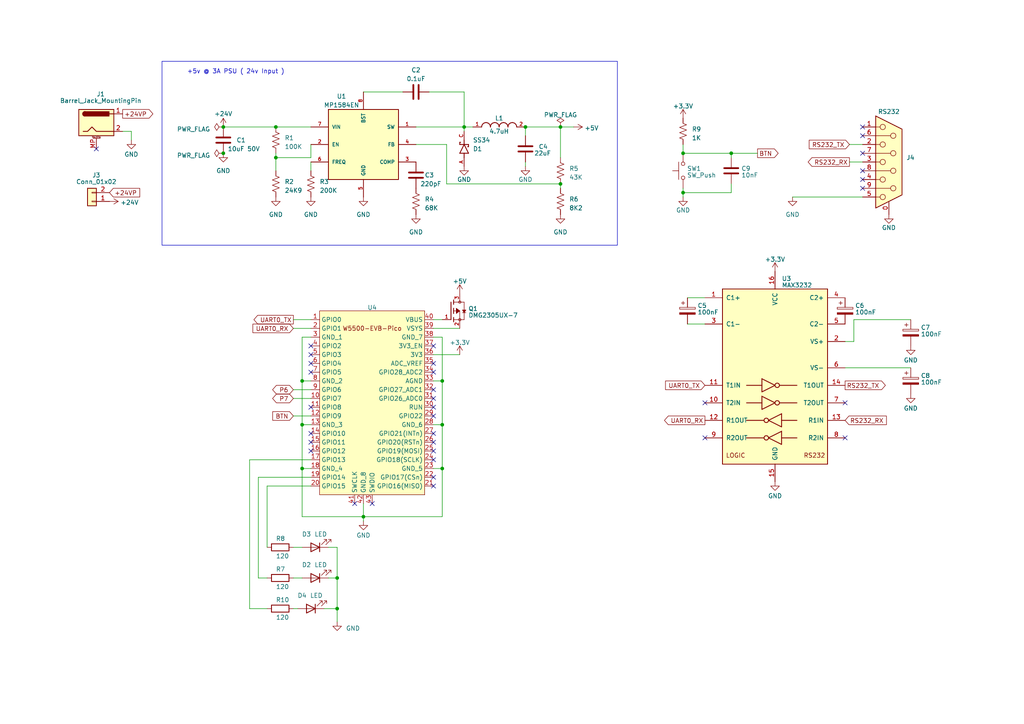
<source format=kicad_sch>
(kicad_sch (version 20230121) (generator eeschema)
  (paper "A4")
  (title_block (title "RS-232, Ethernet Data Encryption Terminal") (date "2023-03-15") (rev "0.1") (company "Robotus") (comment 1 "H.H. Shin"))
  (lib_symbols
    (symbol "Connector:Barrel_Jack_MountingPin" (pin_names hide)
      (property "Reference" "J" (at 0 5.334 0))
      (property "Value" "Barrel_Jack_MountingPin" (at 1.27 -6.35 0))
      (symbol "Barrel_Jack_MountingPin_0_1"
        (rectangle (start -5.08 3.81) (end 5.08 -3.81) (stroke (width 0.254)) (fill (type background)))
        (arc (start -3.302 3.175) (mid -3.9343 2.54) (end -3.302 1.905) (stroke (width 0.254)))
        (arc (start -3.302 3.175) (mid -3.9343 2.54) (end -3.302 1.905) (stroke (width 0.254)) (fill (type outline)))
        (polyline (pts (xy 5.08 2.54) (xy 3.81 2.54)) (stroke (width 0.254)))
        (polyline (pts (xy -3.81 -2.54) (xy -2.54 -2.54) (xy -1.27 -1.27) (xy 0 -2.54) (xy 2.54 -2.54) (xy 5.08 -2.54)) (stroke (width 0.254)))
        (rectangle (start 3.683 3.175) (end -3.302 1.905) (stroke (width 0.254)) (fill (type outline)))
      )
      (symbol "Barrel_Jack_MountingPin_1_1"
        (polyline (pts (xy -1.016 -4.572) (xy 1.016 -4.572)) (stroke (width 0.1524)))
        (text "Mounting" (at 0 -4.191 0) (effects (font (size 0.381 0.381))))
        (pin passive line (at 7.62 2.54 180) (length 2.54) (name "~") (number "1"))
        (pin passive line (at 7.62 -2.54 180) (length 2.54) (name "~") (number "2"))
        (pin passive line (at 0 -7.62 90) (length 3.048) (name "MountPin") (number "MP"))
      )
    )
    (symbol "Connector:DE9_Receptacle_MountingHoles" (pin_names (offset 1.016) hide)
      (property "Reference" "J" (at 0 16.51 0))
      (property "Value" "DE9_Receptacle_MountingHoles" (at 0 14.605 0))
      (symbol "DE9_Receptacle_MountingHoles_0_1"
        (circle (center -1.778 -10.16) (radius 0.762))
        (circle (center -1.778 -5.08) (radius 0.762))
        (circle (center -1.778 0) (radius 0.762))
        (circle (center -1.778 5.08) (radius 0.762))
        (circle (center -1.778 10.16) (radius 0.762))
        (polyline (pts (xy -3.81 -10.16) (xy -2.54 -10.16)))
        (polyline (pts (xy -3.81 -7.62) (xy 0.508 -7.62)))
        (polyline (pts (xy -3.81 -5.08) (xy -2.54 -5.08)))
        (polyline (pts (xy -3.81 -2.54) (xy 0.508 -2.54)))
        (polyline (pts (xy -3.81 0) (xy -2.54 0)))
        (polyline (pts (xy -3.81 2.54) (xy 0.508 2.54)))
        (polyline (pts (xy -3.81 5.08) (xy -2.54 5.08)))
        (polyline (pts (xy -3.81 7.62) (xy 0.508 7.62)))
        (polyline (pts (xy -3.81 10.16) (xy -2.54 10.16)))
        (polyline (pts (xy -3.81 13.335) (xy -3.81 -13.335) (xy 3.81 -9.525) (xy 3.81 9.525) (xy -3.81 13.335)) (stroke (width 0.254)) (fill (type background)))
        (circle (center 1.27 -7.62) (radius 0.762))
        (circle (center 1.27 -2.54) (radius 0.762))
        (circle (center 1.27 2.54) (radius 0.762))
        (circle (center 1.27 7.62) (radius 0.762))
      )
      (symbol "DE9_Receptacle_MountingHoles_1_1"
        (pin passive line (at 0 -15.24 90) (length 3.81) (name "PAD") (number "0"))
        (pin passive line (at -7.62 10.16 0) (length 3.81) (name "1") (number "1"))
        (pin passive line (at -7.62 5.08 0) (length 3.81) (name "2") (number "2"))
        (pin passive line (at -7.62 0 0) (length 3.81) (name "3") (number "3"))
        (pin passive line (at -7.62 -5.08 0) (length 3.81) (name "4") (number "4"))
        (pin passive line (at -7.62 -10.16 0) (length 3.81) (name "5") (number "5"))
        (pin passive line (at -7.62 7.62 0) (length 3.81) (name "6") (number "6"))
        (pin passive line (at -7.62 2.54 0) (length 3.81) (name "7") (number "7"))
        (pin passive line (at -7.62 -2.54 0) (length 3.81) (name "8") (number "8"))
        (pin passive line (at -7.62 -7.62 0) (length 3.81) (name "9") (number "9"))
      )
    )
    (symbol "Connector_Generic:Conn_01x02" (pin_names (offset 1.016) hide)
      (property "Reference" "J" (at 0 2.54 0))
      (property "Value" "Conn_01x02" (at 0 -5.08 0))
      (symbol "Conn_01x02_1_1"
        (rectangle (start -1.27 -2.413) (end 0 -2.667) (stroke (width 0.1524)))
        (rectangle (start -1.27 0.127) (end 0 -0.127) (stroke (width 0.1524)))
        (rectangle (start -1.27 1.27) (end 1.27 -3.81) (stroke (width 0.254)) (fill (type background)))
        (pin passive line (at -5.08 0 0) (length 3.81) (name "Pin_1") (number "1"))
        (pin passive line (at -5.08 -2.54 0) (length 3.81) (name "Pin_2") (number "2"))
      )
    )
    (symbol "DMG2305UX-7_1" (pin_names (offset 1.016))
      (property "Reference" "Q" (at -8.89 3.81 0))
      (property "Value" "DMG2305UX-7" (at -8.89 -6.35 0))
      (symbol "DMG2305UX-7_1_0_0"
        (polyline (pts (xy 0 -2.54) (xy 0 2.54)) (stroke (width 0.254)))
        (polyline (pts (xy 0.762 -3.175) (xy 0.762 -2.54)) (stroke (width 0.254)))
        (polyline (pts (xy 0.762 -2.54) (xy 0.762 -1.905)) (stroke (width 0.254)))
        (polyline (pts (xy 0.762 -2.54) (xy 2.54 -2.54)) (stroke (width 0.1524)))
        (polyline (pts (xy 0.762 -0.762) (xy 0.762 0)) (stroke (width 0.254)))
        (polyline (pts (xy 0.762 0) (xy 0.762 0.762)) (stroke (width 0.254)))
        (polyline (pts (xy 0.762 0) (xy 2.54 0)) (stroke (width 0.1524)))
        (polyline (pts (xy 0.762 1.905) (xy 0.762 2.54)) (stroke (width 0.254)))
        (polyline (pts (xy 0.762 2.54) (xy 0.762 3.175)) (stroke (width 0.254)))
        (polyline (pts (xy 2.54 -2.54) (xy 2.54 0)) (stroke (width 0.1524)))
        (polyline (pts (xy 2.54 -2.54) (xy 3.81 -2.54)) (stroke (width 0.1524)))
        (polyline (pts (xy 2.54 2.54) (xy 0.762 2.54)) (stroke (width 0.1524)))
        (polyline (pts (xy 2.54 2.54) (xy 3.81 2.54)) (stroke (width 0.1524)))
        (polyline (pts (xy 3.81 -0.508) (xy 3.302 -0.508)) (stroke (width 0.1524)))
        (polyline (pts (xy 3.81 -0.508) (xy 3.81 -2.54)) (stroke (width 0.1524)))
        (polyline (pts (xy 3.81 2.54) (xy 3.81 -0.508)) (stroke (width 0.1524)))
        (polyline (pts (xy 4.318 -0.508) (xy 3.81 -0.508)) (stroke (width 0.1524)))
        (polyline (pts (xy 2.54 0) (xy 1.524 0.762) (xy 1.524 -0.762) (xy 2.54 0)) (stroke (width 0.1524)) (fill (type outline)))
        (polyline (pts (xy 3.81 -0.508) (xy 3.302 0.254) (xy 4.318 0.254) (xy 3.81 -0.508)) (stroke (width 0.1524)) (fill (type outline)))
        (circle (center 2.54 -2.54) (radius 0.3592))
        (circle (center 2.54 2.54) (radius 0.3592))
        (pin passive line (at -2.54 -2.54 0) (length 2.54) (name "~") (number "1"))
        (pin passive line (at 2.54 5.08 270) (length 2.54) (name "~") (number "3"))
      )
      (symbol "DMG2305UX-7_1_1_0"
        (pin power_out line (at 2.54 -5.08 90) (length 2.54) (name "~") (number "2"))
      )
    )
    (symbol "Device:C" (pin_numbers hide) (pin_names (offset 0.254))
      (property "Reference" "C" (at 0.635 2.54 0))
      (property "Value" "C" (at 0.635 -2.54 0))
      (symbol "C_0_1"
        (polyline (pts (xy -2.032 -0.762) (xy 2.032 -0.762)) (stroke (width 0.508)))
        (polyline (pts (xy -2.032 0.762) (xy 2.032 0.762)) (stroke (width 0.508)))
      )
      (symbol "C_1_1"
        (pin passive line (at 0 3.81 270) (length 2.794) (name "~") (number "1"))
        (pin passive line (at 0 -3.81 90) (length 2.794) (name "~") (number "2"))
      )
    )
    (symbol "Device:C_Polarized" (pin_numbers hide) (pin_names (offset 0.254))
      (property "Reference" "C" (at 0.635 2.54 0))
      (property "Value" "C_Polarized" (at 0.635 -2.54 0))
      (symbol "C_Polarized_0_1"
        (rectangle (start -2.286 0.508) (end 2.286 1.016))
        (polyline (pts (xy -1.778 2.286) (xy -0.762 2.286)))
        (polyline (pts (xy -1.27 2.794) (xy -1.27 1.778)))
        (rectangle (start 2.286 -0.508) (end -2.286 -1.016) (fill (type outline)))
      )
      (symbol "C_Polarized_1_1"
        (pin passive line (at 0 3.81 270) (length 2.794) (name "~") (number "1"))
        (pin passive line (at 0 -3.81 90) (length 2.794) (name "~") (number "2"))
      )
    )
    (symbol "Device:LED" (pin_numbers hide) (pin_names (offset 1.016) hide)
      (property "Reference" "D" (at 0 2.54 0))
      (property "Value" "LED" (at 0 -2.54 0))
      (symbol "LED_0_1"
        (polyline (pts (xy -1.27 -1.27) (xy -1.27 1.27)) (stroke (width 0.254)))
        (polyline (pts (xy -1.27 0) (xy 1.27 0)))
        (polyline (pts (xy 1.27 -1.27) (xy 1.27 1.27) (xy -1.27 0) (xy 1.27 -1.27)) (stroke (width 0.254)))
        (polyline (pts (xy -3.048 -0.762) (xy -4.572 -2.286) (xy -3.81 -2.286) (xy -4.572 -2.286) (xy -4.572 -1.524)))
        (polyline (pts (xy -1.778 -0.762) (xy -3.302 -2.286) (xy -2.54 -2.286) (xy -3.302 -2.286) (xy -3.302 -1.524)))
      )
      (symbol "LED_1_1"
        (pin passive line (at -3.81 0 0) (length 2.54) (name "K") (number "1"))
        (pin passive line (at 3.81 0 180) (length 2.54) (name "A") (number "2"))
      )
    )
    (symbol "Device:R" (pin_numbers hide) (pin_names (offset 0))
      (property "Reference" "R" (at 2.032 0 90))
      (property "Value" "R" (at 0 0 90))
      (symbol "R_0_1"
        (rectangle (start -1.016 -2.54) (end 1.016 2.54) (stroke (width 0.254)))
      )
      (symbol "R_1_1"
        (pin passive line (at 0 3.81 270) (length 1.27) (name "~") (number "1"))
        (pin passive line (at 0 -3.81 90) (length 1.27) (name "~") (number "2"))
      )
    )
    (symbol "Device:R_US" (pin_numbers hide) (pin_names (offset 0))
      (property "Reference" "R" (at 2.54 0 90))
      (property "Value" "R_US" (at -2.54 0 90))
      (symbol "R_US_0_1"
        (polyline (pts (xy 0 -2.286) (xy 0 -2.54)))
        (polyline (pts (xy 0 2.286) (xy 0 2.54)))
        (polyline (pts (xy 0 -0.762) (xy 1.016 -1.143) (xy 0 -1.524) (xy -1.016 -1.905) (xy 0 -2.286)))
        (polyline (pts (xy 0 0.762) (xy 1.016 0.381) (xy 0 0) (xy -1.016 -0.381) (xy 0 -0.762)))
        (polyline (pts (xy 0 2.286) (xy 1.016 1.905) (xy 0 1.524) (xy -1.016 1.143) (xy 0 0.762)))
      )
      (symbol "R_US_1_1"
        (pin passive line (at 0 3.81 270) (length 1.27) (name "~") (number "1"))
        (pin passive line (at 0 -3.81 90) (length 1.27) (name "~") (number "2"))
      )
    )
    (symbol "Interface_UART:MAX3232" (pin_names (offset 1.016))
      (property "Reference" "U" (at -2.54 28.575 0))
      (property "Value" "MAX3232" (at -2.54 26.67 0))
      (symbol "MAX3232_0_0"
        (text "LOGIC" (at -11.43 -22.86 0) (effects (font (size 1.27 1.27))))
        (text "RS232" (at 11.43 -22.86 0) (effects (font (size 1.27 1.27))))
      )
      (symbol "MAX3232_0_1"
        (rectangle (start -15.24 -25.4) (end 15.24 25.4) (stroke (width 0.254)) (fill (type background)))
        (circle (center -2.54 -17.78) (radius 0.635) (stroke (width 0.254)))
        (circle (center -2.54 -12.7) (radius 0.635) (stroke (width 0.254)))
        (polyline (pts (xy -3.81 -7.62) (xy -8.255 -7.62)) (stroke (width 0.254)))
        (polyline (pts (xy -3.81 -2.54) (xy -8.255 -2.54)) (stroke (width 0.254)))
        (polyline (pts (xy -3.175 -17.78) (xy -8.255 -17.78)) (stroke (width 0.254)))
        (polyline (pts (xy -3.175 -12.7) (xy -8.255 -12.7)) (stroke (width 0.254)))
        (polyline (pts (xy 1.27 -7.62) (xy 6.35 -7.62)) (stroke (width 0.254)))
        (polyline (pts (xy 1.27 -2.54) (xy 6.35 -2.54)) (stroke (width 0.254)))
        (polyline (pts (xy 1.905 -17.78) (xy 6.35 -17.78)) (stroke (width 0.254)))
        (polyline (pts (xy 1.905 -12.7) (xy 6.35 -12.7)) (stroke (width 0.254)))
        (polyline (pts (xy -3.81 -5.715) (xy -3.81 -9.525) (xy 0 -7.62) (xy -3.81 -5.715)) (stroke (width 0.254)))
        (polyline (pts (xy -3.81 -0.635) (xy -3.81 -4.445) (xy 0 -2.54) (xy -3.81 -0.635)) (stroke (width 0.254)))
        (polyline (pts (xy 1.905 -15.875) (xy 1.905 -19.685) (xy -1.905 -17.78) (xy 1.905 -15.875)) (stroke (width 0.254)))
        (polyline (pts (xy 1.905 -10.795) (xy 1.905 -14.605) (xy -1.905 -12.7) (xy 1.905 -10.795)) (stroke (width 0.254)))
        (circle (center 0.635 -7.62) (radius 0.635) (stroke (width 0.254)))
        (circle (center 0.635 -2.54) (radius 0.635) (stroke (width 0.254)))
      )
      (symbol "MAX3232_1_1"
        (pin passive line (at -20.32 22.86 0) (length 5.08) (name "C1+") (number "1"))
        (pin input line (at -20.32 -7.62 0) (length 5.08) (name "T2IN") (number "10"))
        (pin input line (at -20.32 -2.54 0) (length 5.08) (name "T1IN") (number "11"))
        (pin output line (at -20.32 -12.7 0) (length 5.08) (name "R1OUT") (number "12"))
        (pin input line (at 20.32 -12.7 180) (length 5.08) (name "R1IN") (number "13"))
        (pin output line (at 20.32 -2.54 180) (length 5.08) (name "T1OUT") (number "14"))
        (pin power_in line (at 0 -30.48 90) (length 5.08) (name "GND") (number "15"))
        (pin power_in line (at 0 30.48 270) (length 5.08) (name "VCC") (number "16"))
        (pin power_out line (at 20.32 10.16 180) (length 5.08) (name "VS+") (number "2"))
        (pin passive line (at -20.32 15.24 0) (length 5.08) (name "C1-") (number "3"))
        (pin passive line (at 20.32 22.86 180) (length 5.08) (name "C2+") (number "4"))
        (pin passive line (at 20.32 15.24 180) (length 5.08) (name "C2-") (number "5"))
        (pin power_out line (at 20.32 2.54 180) (length 5.08) (name "VS-") (number "6"))
        (pin output line (at 20.32 -7.62 180) (length 5.08) (name "T2OUT") (number "7"))
        (pin input line (at 20.32 -17.78 180) (length 5.08) (name "R2IN") (number "8"))
        (pin output line (at -20.32 -17.78 0) (length 5.08) (name "R2OUT") (number "9"))
      )
    )
    (symbol "Switch:SW_Push" (pin_numbers hide) (pin_names (offset 1.016) hide)
      (property "Reference" "SW" (at 1.27 2.54 0))
      (property "Value" "SW_Push" (at 0 -1.524 0))
      (symbol "SW_Push_0_1"
        (circle (center -2.032 0) (radius 0.508))
        (polyline (pts (xy 0 1.27) (xy 0 3.048)))
        (polyline (pts (xy 2.54 1.27) (xy -2.54 1.27)))
        (circle (center 2.032 0) (radius 0.508))
        (pin passive line (at -5.08 0 0) (length 2.54) (name "1") (number "1"))
        (pin passive line (at 5.08 0 180) (length 2.54) (name "2") (number "2"))
      )
    )
    (symbol "mp1584en:MP1584EN" (pin_names (offset 1.016))
      (property "Reference" "U1" (at -6.35 13.97 0))
      (property "Value" "MP1584EN" (at -6.35 11.43 0))
      (symbol "MP1584EN_0_0"
        (rectangle (start -10.16 -10.16) (end 10.16 10.16) (stroke (width 0.254)) (fill (type background)))
        (pin output line (at 15.24 5.08 180) (length 5.08) (name "SW") (number "1"))
        (pin input line (at -15.24 0 0) (length 5.08) (name "EN") (number "2"))
        (pin output line (at 15.24 -5.08 180) (length 5.08) (name "COMP") (number "3"))
        (pin input line (at 15.24 0 180) (length 5.08) (name "FB") (number "4"))
        (pin power_in line (at 0 -15.24 90) (length 5.08) (name "GND") (number "5"))
        (pin input line (at -15.24 -5.08 0) (length 5.08) (name "FREQ") (number "6"))
        (pin input line (at -15.24 5.08 0) (length 5.08) (name "VIN") (number "7"))
        (pin passive line (at 0 15.24 270) (length 5.08) (name "BST") (number "8"))
      )
    )
    (symbol "power:+24V" (power) (pin_names (offset 0))
      (property "Value" "+24V" (at 0 3.556 0))
      (symbol "+24V_0_1"
        (polyline (pts (xy -0.762 1.27) (xy 0 2.54)))
        (polyline (pts (xy 0 0) (xy 0 2.54)))
        (polyline (pts (xy 0 2.54) (xy 0.762 1.27)))
      )
      (symbol "+24V_1_1"
        (pin power_in line (at 0 0 90) (length 0) hide (name "+24V") (number "1"))
      )
    )
    (symbol "power:+3.3V" (power) (pin_names (offset 0))
      (property "Value" "+3.3V" (at 0 3.556 0))
      (symbol "+3.3V_0_1"
        (polyline (pts (xy -0.762 1.27) (xy 0 2.54)))
        (polyline (pts (xy 0 0) (xy 0 2.54)))
        (polyline (pts (xy 0 2.54) (xy 0.762 1.27)))
      )
      (symbol "+3.3V_1_1"
        (pin power_in line (at 0 0 90) (length 0) hide (name "+3.3V") (number "1"))
      )
    )
    (symbol "power:+5V" (power) (pin_names (offset 0))
      (property "Value" "+5V" (at 0 3.556 0))
      (symbol "+5V_0_1"
        (polyline (pts (xy -0.762 1.27) (xy 0 2.54)))
        (polyline (pts (xy 0 0) (xy 0 2.54)))
        (polyline (pts (xy 0 2.54) (xy 0.762 1.27)))
      )
      (symbol "+5V_1_1"
        (pin power_in line (at 0 0 90) (length 0) hide (name "+5V") (number "1"))
      )
    )
    (symbol "power:GND" (power) (pin_names (offset 0))
      (property "Value" "GND" (at 0 -3.81 0))
      (symbol "GND_0_1"
        (polyline (pts (xy 0 0) (xy 0 -1.27) (xy 1.27 -1.27) (xy 0 -2.54) (xy -1.27 -1.27) (xy 0 -1.27)))
      )
      (symbol "GND_1_1"
        (pin power_in line (at 0 0 270) (length 0) hide (name "GND") (number "1"))
      )
    )
    (symbol "power:PWR_FLAG" (power) (pin_numbers hide) (pin_names (offset 0) hide)
      (property "Value" "PWR_FLAG" (at 0 3.81 0))
      (symbol "PWR_FLAG_0_0"
        (pin power_out line (at 0 0 90) (length 0) (name "pwr") (number "1"))
      )
      (symbol "PWR_FLAG_0_1"
        (polyline (pts (xy 0 0) (xy 0 1.27) (xy -1.016 1.905) (xy 0 2.54) (xy 1.016 1.905) (xy 0 1.27)))
      )
    )
    (symbol "rlf7030t-4r7m3r4:RLF7030T-4R7M3R4" (pin_names (offset 1.016))
      (property "Reference" "L1" (at 0 2.54 0))
      (property "Value" "4.7uH" (at 0 -1.27 0))
      (symbol "RLF7030T-4R7M3R4_0_0"
        (arc (start -3.81 1.27) (mid -4.708 0.898) (end -5.08 0) (stroke (width 0.254)))
        (arc (start -2.54 0) (mid -2.912 0.898) (end -3.81 1.27) (stroke (width 0.254)))
        (arc (start -1.27 1.27) (mid -2.168 0.898) (end -2.54 0) (stroke (width 0.254)))
        (arc (start 0 0) (mid -0.372 0.898) (end -1.27 1.27) (stroke (width 0.254)))
        (arc (start 1.27 1.27) (mid 0.372 0.898) (end 0 0) (stroke (width 0.254)))
        (arc (start 2.54 0) (mid 2.168 0.898) (end 1.27 1.27) (stroke (width 0.254)))
        (arc (start 3.81 1.27) (mid 2.912 0.898) (end 2.54 0) (stroke (width 0.254)))
        (arc (start 5.08 0) (mid 4.708 0.898) (end 3.81 1.27) (stroke (width 0.254)))
        (pin passive line (at -7.62 0 0) (length 2.54) (name "~") (number "1"))
        (pin passive line (at 7.62 0 180) (length 2.54) (name "~") (number "2"))
      )
    )
    (symbol "ss34:SS34" (pin_names (offset 1.016))
      (property "Reference" "D1" (at 2.54 0 90))
      (property "Value" "SS34" (at 2.54 -2.54 90))
      (symbol "SS34_0_0"
        (polyline (pts (xy -2.54 0) (xy -1.27 0)) (stroke (width 0.254)))
        (polyline (pts (xy -1.27 -1.27) (xy 1.27 0)) (stroke (width 0.254)))
        (polyline (pts (xy -1.27 0) (xy -1.27 -1.27)) (stroke (width 0.254)))
        (polyline (pts (xy -1.27 1.27) (xy -1.27 0)) (stroke (width 0.254)))
        (polyline (pts (xy 0.635 -1.016) (xy 0.635 -1.27)) (stroke (width 0.254)))
        (polyline (pts (xy 1.27 -1.27) (xy 0.635 -1.27)) (stroke (width 0.254)))
        (polyline (pts (xy 1.27 0) (xy -1.27 1.27)) (stroke (width 0.254)))
        (polyline (pts (xy 1.27 0) (xy 1.27 -1.27)) (stroke (width 0.254)))
        (polyline (pts (xy 1.27 1.27) (xy 1.27 0)) (stroke (width 0.254)))
        (polyline (pts (xy 1.905 1.27) (xy 1.27 1.27)) (stroke (width 0.254)))
        (polyline (pts (xy 1.905 1.27) (xy 1.905 1.016)) (stroke (width 0.254)))
        (polyline (pts (xy 2.54 0) (xy 1.27 0)) (stroke (width 0.254)))
        (pin passive line (at -5.08 0 0) (length 2.54) (name "~") (number "A"))
        (pin passive line (at 5.08 0 180) (length 2.54) (name "~") (number "C"))
      )
    )
    (symbol "w5500-evb-pico:W5500-EVB-Pico"
      (property "Reference" "U1" (at 0 25.4 0))
      (symbol "W5500-EVB-Pico_0_1"
        (rectangle (start -15.24 24.13) (end 15.24 -29.21) (fill (type background)))
      )
      (symbol "W5500-EVB-Pico_1_0"
        (text "W5500-EVB-Pico" (at 0 19.05 0) (effects (font (size 1.27 1.27))))
      )
      (symbol "W5500-EVB-Pico_1_1"
        (pin bidirectional line (at -17.78 21.59 0) (length 2.54) (name "GPIO0") (number "1"))
        (pin bidirectional line (at -17.78 -1.27 0) (length 2.54) (name "GPIO7") (number "10"))
        (pin bidirectional line (at -17.78 -3.81 0) (length 2.54) (name "GPIO8") (number "11"))
        (pin bidirectional line (at -17.78 -6.35 0) (length 2.54) (name "GPIO9") (number "12"))
        (pin power_in line (at -17.78 -8.89 0) (length 2.54) (name "GND_3") (number "13"))
        (pin bidirectional line (at -17.78 -11.43 0) (length 2.54) (name "GPIO10") (number "14"))
        (pin bidirectional line (at -17.78 -13.97 0) (length 2.54) (name "GPIO11") (number "15"))
        (pin bidirectional line (at -17.78 -16.51 0) (length 2.54) (name "GPIO12") (number "16"))
        (pin bidirectional line (at -17.78 -19.05 0) (length 2.54) (name "GPIO13") (number "17"))
        (pin power_in line (at -17.78 -21.59 0) (length 2.54) (name "GND_4") (number "18"))
        (pin bidirectional line (at -17.78 -24.13 0) (length 2.54) (name "GPIO14") (number "19"))
        (pin bidirectional line (at -17.78 19.05 0) (length 2.54) (name "GPIO1") (number "2"))
        (pin bidirectional line (at -17.78 -26.67 0) (length 2.54) (name "GPIO15") (number "20"))
        (pin bidirectional line (at 17.78 -26.67 180) (length 2.54) (name "GPIO16(MISO)") (number "21"))
        (pin bidirectional line (at 17.78 -24.13 180) (length 2.54) (name "GPIO17(CSn)") (number "22"))
        (pin power_in line (at 17.78 -21.59 180) (length 2.54) (name "GND_5") (number "23"))
        (pin bidirectional line (at 17.78 -19.05 180) (length 2.54) (name "GPIO18(SCLK)") (number "24"))
        (pin bidirectional line (at 17.78 -16.51 180) (length 2.54) (name "GPIO19(MOSI)") (number "25"))
        (pin bidirectional line (at 17.78 -13.97 180) (length 2.54) (name "GPIO20(RSTn)") (number "26"))
        (pin bidirectional line (at 17.78 -11.43 180) (length 2.54) (name "GPIO21(INTn)") (number "27"))
        (pin power_in line (at 17.78 -8.89 180) (length 2.54) (name "GND_6") (number "28"))
        (pin bidirectional line (at 17.78 -6.35 180) (length 2.54) (name "GPIO22") (number "29"))
        (pin power_in line (at -17.78 16.51 0) (length 2.54) (name "GND_1") (number "3"))
        (pin input line (at 17.78 -3.81 180) (length 2.54) (name "RUN") (number "30"))
        (pin bidirectional line (at 17.78 -1.27 180) (length 2.54) (name "GPIO26_ADC0") (number "31"))
        (pin bidirectional line (at 17.78 1.27 180) (length 2.54) (name "GPIO27_ADC1") (number "32"))
        (pin power_in line (at 17.78 3.81 180) (length 2.54) (name "AGND") (number "33"))
        (pin bidirectional line (at 17.78 6.35 180) (length 2.54) (name "GPIO28_ADC2") (number "34"))
        (pin power_in line (at 17.78 8.89 180) (length 2.54) (name "ADC_VREF") (number "35"))
        (pin power_out line (at 17.78 11.43 180) (length 2.54) (name "3V3") (number "36"))
        (pin input line (at 17.78 13.97 180) (length 2.54) (name "3V3_EN") (number "37"))
        (pin power_in line (at 17.78 16.51 180) (length 2.54) (name "GND_7") (number "38"))
        (pin power_in line (at 17.78 19.05 180) (length 2.54) (name "VSYS") (number "39"))
        (pin bidirectional line (at -17.78 13.97 0) (length 2.54) (name "GPIO2") (number "4"))
        (pin power_out line (at 17.78 21.59 180) (length 2.54) (name "VBUS") (number "40"))
        (pin input line (at -5.08 -31.75 90) (length 2.54) (name "SWCLK") (number "41"))
        (pin power_in line (at -2.54 -31.75 90) (length 2.54) (name "GND_8") (number "42"))
        (pin bidirectional line (at 0 -31.75 90) (length 2.54) (name "SWDIO") (number "43"))
        (pin bidirectional line (at -17.78 11.43 0) (length 2.54) (name "GPIO3") (number "5"))
        (pin bidirectional line (at -17.78 8.89 0) (length 2.54) (name "GPIO4") (number "6"))
        (pin bidirectional line (at -17.78 6.35 0) (length 2.54) (name "GPIO5") (number "7"))
        (pin power_in line (at -17.78 3.81 0) (length 2.54) (name "GND_2") (number "8"))
        (pin bidirectional line (at -17.78 1.27 0) (length 2.54) (name "GPIO6") (number "9"))
      )
    )
  )
  (junction (at 87.63 123.19))
  (junction (at 105.41 149.86))
  (junction (at 80.01 36.83))
  (junction (at 97.79 176.53))
  (junction (at 212.09 44.45))
  (junction (at 80.01 45.72))
  (junction (at 162.56 36.83))
  (junction (at 128.27 135.89))
  (junction (at 152.4 36.83))
  (junction (at 97.79 167.64))
  (junction (at 128.27 123.19))
  (junction (at 64.77 44.45))
  (junction (at 64.77 36.83))
  (junction (at 128.27 110.49))
  (junction (at 134.62 36.83))
  (junction (at 87.63 110.49))
  (junction (at 198.12 44.45))
  (junction (at 162.56 53.34))
  (junction (at 87.63 135.89))
  (junction (at 198.12 55.88))
  (no_connect (at 250.19 52.07))
  (no_connect (at 90.17 105.41))
  (no_connect (at 125.73 125.73))
  (no_connect (at 90.17 128.27))
  (no_connect (at 245.11 127))
  (no_connect (at 250.19 39.37))
  (no_connect (at 125.73 113.03))
  (no_connect (at 125.73 138.43))
  (no_connect (at 107.95 146.05))
  (no_connect (at 204.47 127))
  (no_connect (at 27.94 43.18))
  (no_connect (at 125.73 128.27))
  (no_connect (at 125.73 115.57))
  (no_connect (at 90.17 125.73))
  (no_connect (at 250.19 49.53))
  (no_connect (at 102.87 146.05))
  (no_connect (at 125.73 100.33))
  (no_connect (at 90.17 100.33))
  (no_connect (at 125.73 118.11))
  (no_connect (at 125.73 140.97))
  (no_connect (at 125.73 107.95))
  (no_connect (at 125.73 120.65))
  (no_connect (at 125.73 105.41))
  (no_connect (at 125.73 130.81))
  (no_connect (at 90.17 118.11))
  (no_connect (at 204.47 116.84))
  (no_connect (at 125.73 133.35))
  (no_connect (at 250.19 44.45))
  (no_connect (at 250.19 54.61))
  (no_connect (at 245.11 116.84))
  (no_connect (at 90.17 130.81))
  (no_connect (at 90.17 107.95))
  (no_connect (at 90.17 102.87))
  (no_connect (at 250.19 36.83))
  (wire (pts (xy 80.01 45.72) (xy 90.17 45.72)))
  (wire (pts (xy 134.62 36.83) (xy 134.62 38.1)))
  (wire (pts (xy 74.93 138.43) (xy 74.93 167.64)))
  (wire (pts (xy 125.73 97.79) (xy 128.27 97.79)))
  (wire (pts (xy 128.27 123.19) (xy 128.27 135.89)))
  (wire (pts (xy 199.39 86.36) (xy 204.47 86.36)))
  (wire (pts (xy 85.09 92.71) (xy 90.17 92.71)))
  (wire (pts (xy 152.4 36.83) (xy 152.4 39.37)))
  (wire (pts (xy 212.09 44.45) (xy 219.71 44.45)))
  (wire (pts (xy 128.27 110.49) (xy 128.27 123.19)))
  (wire (pts (xy 246.38 41.91) (xy 250.19 41.91)))
  (wire (pts (xy 74.93 167.64) (xy 77.47 167.64)))
  (wire (pts (xy 152.4 46.99) (xy 152.4 48.26)))
  (wire (pts (xy 77.47 140.97) (xy 77.47 158.75)))
  (wire (pts (xy 229.87 57.15) (xy 250.19 57.15)))
  (wire (pts (xy 95.25 167.64) (xy 97.79 167.64)))
  (wire (pts (xy 128.27 135.89) (xy 128.27 149.86)))
  (wire (pts (xy 64.77 36.83) (xy 80.01 36.83)))
  (wire (pts (xy 38.1 38.1) (xy 38.1 40.64)))
  (wire (pts (xy 120.65 41.91) (xy 129.54 41.91)))
  (wire (pts (xy 90.17 97.79) (xy 87.63 97.79)))
  (wire (pts (xy 162.56 53.34) (xy 162.56 54.61)))
  (wire (pts (xy 128.27 97.79) (xy 128.27 110.49)))
  (wire (pts (xy 95.25 158.75) (xy 97.79 158.75)))
  (wire (pts (xy 85.09 95.25) (xy 90.17 95.25)))
  (wire (pts (xy 72.39 176.53) (xy 77.47 176.53)))
  (wire (pts (xy 85.09 120.65) (xy 90.17 120.65)))
  (wire (pts (xy 125.73 135.89) (xy 128.27 135.89)))
  (wire (pts (xy 97.79 158.75) (xy 97.79 167.64)))
  (wire (pts (xy 129.54 53.34) (xy 162.56 53.34)))
  (wire (pts (xy 125.73 102.87) (xy 133.35 102.87)))
  (wire (pts (xy 97.79 176.53) (xy 97.79 180.34)))
  (wire (pts (xy 247.65 99.06) (xy 247.65 92.71)))
  (wire (pts (xy 137.16 36.83) (xy 134.62 36.83)))
  (wire (pts (xy 80.01 44.45) (xy 80.01 45.72)))
  (wire (pts (xy 77.47 140.97) (xy 90.17 140.97)))
  (wire (pts (xy 74.93 138.43) (xy 90.17 138.43)))
  (wire (pts (xy 212.09 55.88) (xy 198.12 55.88)))
  (wire (pts (xy 85.09 115.57) (xy 90.17 115.57)))
  (wire (pts (xy 162.56 36.83) (xy 162.56 45.72)))
  (wire (pts (xy 105.41 149.86) (xy 105.41 151.13)))
  (wire (pts (xy 87.63 149.86) (xy 105.41 149.86)))
  (wire (pts (xy 87.63 135.89) (xy 90.17 135.89)))
  (wire (pts (xy 133.35 95.25) (xy 125.73 95.25)))
  (wire (pts (xy 87.63 123.19) (xy 90.17 123.19)))
  (wire (pts (xy 97.79 167.64) (xy 97.79 176.53)))
  (wire (pts (xy 199.39 93.98) (xy 204.47 93.98)))
  (wire (pts (xy 87.63 110.49) (xy 87.63 123.19)))
  (wire (pts (xy 105.41 146.05) (xy 105.41 149.86)))
  (wire (pts (xy 72.39 176.53) (xy 72.39 133.35)))
  (wire (pts (xy 212.09 53.34) (xy 212.09 55.88)))
  (wire (pts (xy 198.12 54.61) (xy 198.12 55.88)))
  (wire (pts (xy 80.01 36.83) (xy 90.17 36.83)))
  (wire (pts (xy 85.09 158.75) (xy 87.63 158.75)))
  (wire (pts (xy 125.73 123.19) (xy 128.27 123.19)))
  (wire (pts (xy 85.09 167.64) (xy 87.63 167.64)))
  (wire (pts (xy 87.63 123.19) (xy 87.63 135.89)))
  (wire (pts (xy 93.98 176.53) (xy 97.79 176.53)))
  (wire (pts (xy 134.62 26.67) (xy 134.62 36.83)))
  (wire (pts (xy 35.56 38.1) (xy 38.1 38.1)))
  (wire (pts (xy 85.09 176.53) (xy 86.36 176.53)))
  (wire (pts (xy 247.65 92.71) (xy 264.16 92.71)))
  (wire (pts (xy 212.09 45.72) (xy 212.09 44.45)))
  (wire (pts (xy 162.56 36.83) (xy 166.37 36.83)))
  (wire (pts (xy 246.38 46.99) (xy 250.19 46.99)))
  (wire (pts (xy 72.39 133.35) (xy 90.17 133.35)))
  (wire (pts (xy 245.11 99.06) (xy 247.65 99.06)))
  (wire (pts (xy 90.17 41.91) (xy 90.17 45.72)))
  (wire (pts (xy 129.54 41.91) (xy 129.54 53.34)))
  (wire (pts (xy 80.01 45.72) (xy 80.01 49.53)))
  (wire (pts (xy 245.11 106.68) (xy 264.16 106.68)))
  (wire (pts (xy 90.17 46.99) (xy 90.17 49.53)))
  (wire (pts (xy 120.65 36.83) (xy 134.62 36.83)))
  (wire (pts (xy 128.27 149.86) (xy 105.41 149.86)))
  (wire (pts (xy 198.12 55.88) (xy 198.12 57.15)))
  (wire (pts (xy 152.4 36.83) (xy 162.56 36.83)))
  (wire (pts (xy 85.09 113.03) (xy 90.17 113.03)))
  (wire (pts (xy 124.46 26.67) (xy 134.62 26.67)))
  (wire (pts (xy 128.27 92.71) (xy 125.73 92.71)))
  (wire (pts (xy 198.12 41.91) (xy 198.12 44.45)))
  (wire (pts (xy 87.63 97.79) (xy 87.63 110.49)))
  (wire (pts (xy 212.09 44.45) (xy 198.12 44.45)))
  (wire (pts (xy 105.41 26.67) (xy 116.84 26.67)))
  (wire (pts (xy 125.73 110.49) (xy 128.27 110.49)))
  (wire (pts (xy 87.63 135.89) (xy 87.63 149.86)))
  (wire (pts (xy 87.63 110.49) (xy 90.17 110.49)))
  (rectangle (start 46.99 17.78) (end 179.07 71.12))
  (text "+5v @ 3A PSU ( 24v Input )" (at 82.55 21.59 0) (effects (font (size 1.27 1.27)) (justify right bottom)))
  (global_label "RS232_TX" (shape input) (at 246.38 41.91 180) (property "Intersheetrefs" "${INTERSHEET_REFS}" (effects hide)))
  (global_label "+24VP" (shape output) (at 35.56 33.02 0) (property "Intersheetrefs" "${INTERSHEET_REFS}" (effects hide)))
  (global_label "RS232_RX" (shape input) (at 245.11 121.92 0) (property "Intersheetrefs" "${INTERSHEET_REFS}" (effects hide)))
  (global_label "RS232_TX" (shape output) (at 245.11 111.76 0) (property "Intersheetrefs" "${INTERSHEET_REFS}" (effects hide)))
  (global_label "P6" (shape bidirectional) (at 85.09 113.03 180) (property "Intersheetrefs" "${INTERSHEET_REFS}" (effects hide)))
  (global_label "UART0_RX" (shape output) (at 204.47 121.92 180) (property "Intersheetrefs" "${INTERSHEET_REFS}" (effects hide)))
  (global_label "BTN" (shape output) (at 219.71 44.45 0) (property "Intersheetrefs" "${INTERSHEET_REFS}" (effects hide)))
  (global_label "UART0_RX" (shape input) (at 85.09 95.25 180) (property "Intersheetrefs" "${INTERSHEET_REFS}" (effects hide)))
  (global_label "RS232_RX" (shape output) (at 246.38 46.99 180) (property "Intersheetrefs" "${INTERSHEET_REFS}" (effects hide)))
  (global_label "BTN" (shape input) (at 85.09 120.65 180) (property "Intersheetrefs" "${INTERSHEET_REFS}" (effects hide)))
  (global_label "P7" (shape bidirectional) (at 85.09 115.57 180) (property "Intersheetrefs" "${INTERSHEET_REFS}" (effects hide)))
  (global_label "UART0_TX" (shape output) (at 85.09 92.71 180) (property "Intersheetrefs" "${INTERSHEET_REFS}" (effects hide)))
  (global_label "UART0_TX" (shape input) (at 204.47 111.76 180) (property "Intersheetrefs" "${INTERSHEET_REFS}" (effects hide)))
  (global_label "+24VP" (shape input) (at 31.75 55.88 0) (property "Intersheetrefs" "${INTERSHEET_REFS}" (effects hide)))
  (symbol (lib_id "power:+5V") (at 133.35 85.09 0) (unit 1)
    (property "Reference" "#PWR017" (effects hide))
    (property "Value" "+5V" (at 133.35 81.5881 0))
  )
  (symbol (lib_id "Device:C_Polarized") (at 264.16 110.49 0) (unit 1)
    (property "Reference" "C8" (at 267.081 108.9573 0) (effects (justify left)))
    (property "Value" "100nF" (at 267.081 110.8783 0) (effects (justify left)))
    (property "Footprint" "Capacitor_SMD:C_0603_1608Metric" (effects hide))
    (property "LCSC" "C14663" (effects hide))
  )
  (symbol (lib_id "power:+5V") (at 166.37 36.83 270) (unit 1)
    (property "Reference" "#PWR016" (effects hide))
    (property "Value" "+5V" (at 169.545 37.1468 90) (effects (justify left)))
  )
  (symbol (lib_id "power:GND") (at 97.79 180.34 0) (unit 1)
    (property "Reference" "#PWR028" (effects hide))
    (property "Value" "GND" (at 100.33 182.245 0) (effects (justify left)))
  )
  (symbol (lib_id "power:GND") (at 120.65 62.23 0) (unit 1)
    (property "Reference" "#PWR06" (effects hide))
    (property "Value" "GND" (at 120.65 67.31 0))
  )
  (symbol (lib_id "Device:R_US") (at 162.56 58.42 0) (unit 1)
    (property "Reference" "R6" (at 165.1 57.785 0) (effects (justify left)))
    (property "Value" "8K2" (at 165.1 60.325 0) (effects (justify left)))
    (property "Footprint" "Resistor_SMD:R_0805_2012Metric" (effects hide))
    (property "LCSC" "C17828" (effects hide))
  )
  (symbol (lib_id "power:GND") (at 64.77 44.45 0) (unit 1)
    (property "Reference" "#PWR02" (effects hide))
    (property "Value" "GND" (at 64.77 49.53 0))
  )
  (symbol (lib_id "power:GND") (at 105.41 57.15 0) (unit 1)
    (property "Reference" "#PWR010" (effects hide))
    (property "Value" "GND" (at 105.41 62.23 0))
  )
  (symbol (lib_id "Device:R") (at 81.28 176.53 270) (unit 1)
    (property "Reference" "R10" (at 80.01 173.99 90) (effects (justify left)))
    (property "Value" "120" (at 80.01 179.07 90) (effects (justify left)))
    (property "Footprint" "Resistor_SMD:R_0603_1608Metric" (effects hide))
    (property "MPN" "0603WAF2201T5E" (effects hide))
    (property "Manufacturer" "UNIOHM" (effects hide))
    (property "LCSC" "C22787" (effects hide))
  )
  (symbol (lib_id "power:GND") (at 162.56 62.23 0) (unit 1)
    (property "Reference" "#PWR09" (effects hide))
    (property "Value" "GND" (at 162.56 67.31 0))
  )
  (symbol (lib_id "mp1584en:MP1584EN") (at 105.41 41.91 0) (unit 1)
    (property "Reference" "U1" (at 99.06 27.94 0))
    (property "Value" "MP1584EN" (at 99.06 30.48 0))
    (property "Footprint" "0.winners:SOIC127P600X170-9N_MP1584EN" (effects hide))
    (property "Datasheet" "https://www.alldatasheet.com/datasheet-pdf/pdf/551593/MPS/MP1584EN.html" (effects hide))
    (property "MP" "MP1584EN" (effects hide))
    (property "MF" "Monolithic Power Systems" (effects hide))
    (property "AVAILABILITY" "Unavailable" (effects hide))
    (property "STANDARD" "IPC-7351B" (effects hide))
    (property "PRICE" "None" (effects hide))
    (property "PACKAGE" "None" (effects hide))
  )
  (symbol (lib_id "power:+24V") (at 64.77 36.83 0) (unit 1)
    (property "Reference" "#PWR01" (effects hide))
    (property "Value" "+24V" (at 64.77 33.02 0))
  )
  (symbol (lib_id "Device:C_Polarized") (at 199.39 90.17 0) (unit 1)
    (property "Reference" "C5" (at 202.311 88.6373 0) (effects (justify left)))
    (property "Value" "100nF" (at 202.311 90.5583 0) (effects (justify left)))
    (property "Footprint" "Capacitor_SMD:C_0603_1608Metric" (effects hide))
    (property "LCSC" "C14663" (effects hide))
  )
  (symbol (lib_id "ss34:SS34") (at 134.62 43.18 90) (unit 1)
    (property "Reference" "D1" (at 137.16 43.18 90) (effects (justify right)))
    (property "Value" "SS34" (at 137.16 40.64 90) (effects (justify right)))
    (property "Footprint" "Diode_SMD:D_SMA" (effects hide))
    (property "Datasheet" "https://datasheet.lcsc.com/lcsc/2303141100_MDD-Microdiode-Electronics--SS34_C8678.pdf" (effects hide))
    (property "MANUFACTURER" "On Semiconductor" (effects hide))
    (property "PARTREV" "31 Aug 2016" (effects hide))
    (property "MAXIMUM_PACKAGE_HEIGHT" "2.65mm" (effects hide))
    (property "STANDARD" "IPC-7351B" (effects hide))
    (property "SNAPEDA_PACKAGE_ID" "36301" (effects hide))
    (property "LCSC" "C8678" (effects hide))
  )
  (symbol (lib_id "power:GND") (at 105.41 151.13 0) (unit 1)
    (property "Reference" "#PWR018" (effects hide))
    (property "Value" "GND" (at 105.41 155.2655 0))
  )
  (symbol (lib_id "Device:C") (at 212.09 49.53 0) (unit 1)
    (property "Reference" "C9" (at 215.011 48.8863 0) (effects (justify left)))
    (property "Value" "10nF" (at 215.011 50.8073 0) (effects (justify left)))
    (property "Footprint" "Capacitor_SMD:C_0603_1608Metric" (effects hide))
    (property "LCSC" "C57112" (effects hide))
  )
  (symbol (lib_id "Connector:DE9_Receptacle_MountingHoles") (at 257.81 46.99 0) (unit 1)
    (property "Reference" "J4" (at 262.89 45.7199 0) (effects (justify left)))
    (property "Value" "RS232" (at 257.81 32.385 0))
    (property "Footprint" "Connector_Dsub:DSUB-9_Female_Horizontal_P2.77x2.84mm_EdgePinOffset7.70mm_Housed_MountingHolesOffset9.12mm" (effects hide))
    (property "Datasheet" " ~" (effects hide))
  )
  (symbol (lib_id "Switch:SW_Push") (at 198.12 49.53 90) (unit 1)
    (property "Reference" "SW1" (at 199.263 48.8863 90) (effects (justify right)))
    (property "Value" "SW_Push" (at 199.263 50.8073 90) (effects (justify right)))
    (property "Footprint" "Button_Switch_THT:SW_SPST_Omron_B3F-315x_Angled" (effects hide))
  )
  (symbol (lib_id "Device:LED") (at 91.44 167.64 180) (unit 1)
    (property "Reference" "D2" (at 88.9 163.83 0))
    (property "Value" "LED" (at 93.0275 163.83 0))
    (property "Footprint" "LED_THT:LED_D3.0mm" (effects hide))
  )
  (symbol (lib_id "power:GND") (at 90.17 57.15 0) (unit 1)
    (property "Reference" "#PWR04" (effects hide))
    (property "Value" "GND" (at 90.17 62.23 0))
  )
  (symbol (lib_id "Device:R_US") (at 162.56 49.53 0) (unit 1)
    (property "Reference" "R5" (at 165.1 48.895 0) (effects (justify left)))
    (property "Value" "43K" (at 165.1 51.435 0) (effects (justify left)))
    (property "Footprint" "Resistor_SMD:R_0805_2012Metric" (effects hide))
    (property "LCSC" "C17695" (effects hide))
  )
  (symbol (lib_id "power:GND") (at 257.81 62.23 0) (unit 1)
    (property "Reference" "#PWR024" (effects hide))
    (property "Value" "GND" (at 257.81 66.04 0))
  )
  (symbol (lib_id "Interface_UART:MAX3232") (at 224.79 109.22 0) (unit 1)
    (property "Reference" "U3" (at 226.7459 80.8101 0) (effects (justify left)))
    (property "Value" "MAX3232" (at 226.7459 82.7311 0) (effects (justify left)))
    (property "Footprint" "Package_SO:SO-16_3.9x9.9mm_P1.27mm" (effects hide))
    (property "Datasheet" "https://datasheets.maximintegrated.com/en/ds/MAX3222-MAX3241.pdf" (effects hide))
    (property "LCSC" "C354115" (effects hide))
  )
  (symbol (lib_id "power:GND") (at 264.16 114.3 0) (unit 1)
    (property "Reference" "#PWR011" (effects hide))
    (property "Value" "GND" (at 264.16 118.4355 0))
  )
  (symbol (lib_id "power:+3.3V") (at 133.35 102.87 0) (unit 1)
    (property "Reference" "#PWR014" (effects hide))
    (property "Value" "+3.3V" (at 133.35 99.3681 0))
  )
  (symbol (lib_id "power:GND") (at 152.4 48.26 0) (unit 1)
    (property "Reference" "#PWR08" (effects hide))
    (property "Value" "GND" (at 152.4 52.07 0))
  )
  (symbol (lib_id "power:GND") (at 229.87 57.15 0) (unit 1)
    (property "Reference" "#PWR019" (effects hide))
    (property "Value" "GND" (at 229.87 62.23 0))
  )
  (symbol (lib_id "power:PWR_FLAG") (at 162.56 36.83 0) (unit 1)
    (property "Reference" "#FLG03" (effects hide))
    (property "Value" "PWR_FLAG" (at 162.56 33.3281 0))
  )
  (symbol (lib_id "power:+3.3V") (at 224.79 78.74 0) (unit 1)
    (property "Reference" "#PWR013" (effects hide))
    (property "Value" "+3.3V" (at 224.79 75.2381 0))
  )
  (symbol (lib_id "Connector_Generic:Conn_01x02") (at 26.67 58.42 180) (unit 1)
    (property "Reference" "J3" (at 27.94 50.8 0))
    (property "Value" "Conn_01x02" (at 27.94 52.721 0))
    (property "Footprint" "Connector_Molex:Molex_SPOX_5267-02A_1x02_P2.50mm_Vertical" (effects hide))
  )
  (symbol (lib_id "power:PWR_FLAG") (at 64.77 44.45 90) (unit 1)
    (property "Reference" "#FLG02" (effects hide))
    (property "Value" "PWR_FLAG" (at 60.96 45.085 90) (effects (justify left)))
  )
  (symbol (lib_id "power:+24V") (at 31.75 58.42 270) (unit 1)
    (property "Reference" "#PWR022" (effects hide))
    (property "Value" "+24V" (at 34.925 58.7368 90) (effects (justify left)))
  )
  (symbol (lib_id "Device:C") (at 120.65 26.67 90) (unit 1)
    (property "Reference" "C2" (at 120.65 20.32 90))
    (property "Value" "0.1uF" (at 120.65 22.86 90))
    (property "Footprint" "Capacitor_SMD:C_0805_2012Metric" (effects hide))
    (property "LCSC" "C49678" (effects hide))
  )
  (symbol (lib_id "Device:R") (at 81.28 167.64 270) (unit 1)
    (property "Reference" "R7" (at 80.01 165.1 90) (effects (justify left)))
    (property "Value" "120" (at 80.01 170.18 90) (effects (justify left)))
    (property "Footprint" "Resistor_SMD:R_0603_1608Metric" (effects hide))
    (property "MPN" "0603WAF2201T5E" (effects hide))
    (property "Manufacturer" "UNIOHM" (effects hide))
    (property "LCSC" "C22787" (effects hide))
  )
  (symbol (lib_id "Connector:Barrel_Jack_MountingPin") (at 27.94 35.56 0) (unit 1)
    (property "Reference" "J1" (at 29.21 27.289 0))
    (property "Value" "Barrel_Jack_MountingPin" (at 29.21 29.21 0))
    (property "Footprint" "Connector_BarrelJack:BarrelJack_GCT_DCJ200-10-A_Horizontal" (effects hide))
  )
  (symbol (lib_id "Device:R") (at 81.28 158.75 270) (unit 1)
    (property "Reference" "R8" (at 80.01 156.21 90) (effects (justify left)))
    (property "Value" "120" (at 80.01 161.29 90) (effects (justify left)))
    (property "Footprint" "Resistor_SMD:R_0603_1608Metric" (effects hide))
    (property "MPN" "0603WAF2201T5E" (effects hide))
    (property "Manufacturer" "UNIOHM" (effects hide))
    (property "LCSC" "C22787" (effects hide))
  )
  (symbol (lib_id "Device:R_US") (at 90.17 53.34 0) (unit 1)
    (property "Reference" "R3" (at 92.71 52.705 0) (effects (justify left)))
    (property "Value" "200K" (at 92.71 55.245 0) (effects (justify left)))
    (property "Footprint" "Resistor_SMD:R_0805_2012Metric" (effects hide))
    (property "LCSC" "C17539" (effects hide))
  )
  (symbol (lib_id "Device:C") (at 152.4 43.18 0) (unit 1)
    (property "Reference" "C4" (at 156.21 42.545 0) (effects (justify left)))
    (property "Value" "22uF" (at 154.94 44.45 0) (effects (justify left)))
    (property "Footprint" "Capacitor_SMD:C_1210_3225Metric" (effects hide))
    (property "LCSC" "C309062" (effects hide))
  )
  (symbol (lib_id "Device:R_US") (at 198.12 38.1 0) (unit 1)
    (property "Reference" "R9" (at 200.66 37.465 0) (effects (justify left)))
    (property "Value" "1K" (at 200.66 40.005 0) (effects (justify left)))
    (property "Footprint" "Resistor_SMD:R_0603_1608Metric" (effects hide))
    (property "LCSC" "C21190" (effects hide))
  )
  (symbol (lib_id "power:GND") (at 224.79 139.7 0) (unit 1)
    (property "Reference" "#PWR012" (effects hide))
    (property "Value" "GND" (at 224.79 143.8355 0))
  )
  (symbol (lib_id "Device:LED") (at 91.44 158.75 180) (unit 1)
    (property "Reference" "D3" (at 88.9 154.94 0))
    (property "Value" "LED" (at 93.0275 154.94 0))
    (property "Footprint" "LED_THT:LED_D3.0mm" (effects hide))
  )
  (symbol (lib_id "power:GND") (at 80.01 57.15 0) (unit 1)
    (property "Reference" "#PWR03" (effects hide))
    (property "Value" "GND" (at 80.01 62.23 0))
  )
  (symbol (lib_id "rlf7030t-4r7m3r4:RLF7030T-4R7M3R4") (at 144.78 36.83 0) (unit 1)
    (property "Reference" "L1" (at 144.78 34.29 0))
    (property "Value" "4.7uH" (at 144.78 38.1 0))
    (property "Footprint" "0.winners:INDP7368X320_Inductor" (effects hide))
    (property "Datasheet" "https://pdf1.alldatasheet.com/datasheet-pdf/view/532782/TDK/RLF7030T-4R7M3R4.html" (effects hide))
    (property "Name" "RLF7030T-4R7M3R4" (effects hide))
    (property "Manufacturer" "TDK" (effects hide))
  )
  (symbol (lib_id "power:GND") (at 198.12 57.15 0) (unit 1)
    (property "Reference" "#PWR026" (effects hide))
    (property "Value" "GND" (at 198.12 60.96 0))
  )
  (symbol (lib_id "w5500-evb-pico:W5500-EVB-Pico") (at 107.95 114.3 0) (unit 1)
    (property "Reference" "U4" (at 107.95 89.2081 0))
    (property "Value" "W5500-EVB-Pico" (effects hide))
    (property "Footprint" "0.winners:W5500-EVB-Pico_SMT_THT" (effects hide))
  )
  (symbol (lib_id "Device:R_US") (at 80.01 40.64 0) (unit 1)
    (property "Reference" "R1" (at 82.55 40.005 0) (effects (justify left)))
    (property "Value" "100K" (at 82.55 42.545 0) (effects (justify left)))
    (property "Footprint" "Resistor_SMD:R_0805_2012Metric" (effects hide))
    (property "LCSC" "C149504" (effects hide))
  )
  (symbol (lib_id "power:+3.3V") (at 198.12 34.29 0) (unit 1)
    (property "Reference" "#PWR025" (effects hide))
    (property "Value" "+3.3V" (at 198.12 30.7881 0))
  )
  (symbol (lib_id "power:GND") (at 38.1 40.64 0) (unit 1)
    (property "Reference" "#PWR021" (effects hide))
    (property "Value" "GND" (at 38.1 44.7755 0))
  )
  (symbol (lib_id "power:GND") (at 134.62 48.26 0) (unit 1)
    (property "Reference" "#PWR07" (effects hide))
    (property "Value" "GND" (at 134.62 52.07 0))
  )
  (symbol (lib_name "DMG2305UX-7_1") (lib_id "dmg2305-FET:DMG2305UX-7") (at 130.81 90.17 0) (unit 1)
    (property "Reference" "Q1" (at 135.8392 89.5263 0) (effects (justify left)))
    (property "Value" "DMG2305UX-7" (at 135.8392 91.4473 0) (effects (justify left)))
    (property "Footprint" "0.winners:SOT91P240X110-3N_DMG2305UX-7" (effects hide))
    (property "STANDARD" "IPC-7351B" (effects hide))
    (property "MANUFACTURER" "Diodes Inc." (effects hide))
    (property "PARTREV" "09/2018" (effects hide))
    (property "MAXIMUM_PACKAGE_HEIGHT" "1.1mm" (effects hide))
    (property "LCSC" "C150470" (effects hide))
  )
  (symbol (lib_id "power:PWR_FLAG") (at 64.77 36.83 90) (unit 1)
    (property "Reference" "#FLG01" (effects hide))
    (property "Value" "PWR_FLAG" (at 60.96 37.465 90) (effects (justify left)))
  )
  (symbol (lib_id "Device:C_Polarized") (at 245.11 90.17 0) (unit 1)
    (property "Reference" "C6" (at 248.031 88.6373 0) (effects (justify left)))
    (property "Value" "100nF" (at 248.031 90.5583 0) (effects (justify left)))
    (property "Footprint" "Capacitor_SMD:C_0603_1608Metric" (effects hide))
    (property "LCSC" "C14663" (effects hide))
  )
  (symbol (lib_id "power:GND") (at 264.16 100.33 0) (unit 1)
    (property "Reference" "#PWR05" (effects hide))
    (property "Value" "GND" (at 264.16 104.4655 0))
  )
  (symbol (lib_id "Device:R_US") (at 80.01 53.34 0) (unit 1)
    (property "Reference" "R2" (at 82.55 52.705 0) (effects (justify left)))
    (property "Value" "24K9" (at 82.55 55.245 0) (effects (justify left)))
    (property "Footprint" "Resistor_SMD:R_0805_2012Metric" (effects hide))
    (property "LCSC" "C422846" (effects hide))
  )
  (symbol (lib_id "Device:C_Polarized") (at 264.16 96.52 0) (unit 1)
    (property "Reference" "C7" (at 267.081 94.9873 0) (effects (justify left)))
    (property "Value" "100nF" (at 267.081 96.9083 0) (effects (justify left)))
    (property "Footprint" "Capacitor_SMD:C_0603_1608Metric" (effects hide))
    (property "LCSC" "C14663" (effects hide))
  )
  (symbol (lib_id "Device:C") (at 120.65 50.8 0) (unit 1)
    (property "Reference" "C3" (at 123.19 50.8 0) (effects (justify left)))
    (property "Value" "220pF" (at 121.92 53.34 0) (effects (justify left)))
    (property "Footprint" "Capacitor_SMD:C_0805_2012Metric" (effects hide))
    (property "LCSC" "C107145" (effects hide))
  )
  (symbol (lib_id "Device:C") (at 64.77 40.64 0) (unit 1)
    (property "Reference" "C1" (at 68.58 40.64 0) (effects (justify left)))
    (property "Value" "10uF 50V" (at 66.04 43.18 0) (effects (justify left)))
    (property "Footprint" "Capacitor_SMD:C_1210_3225Metric" (effects hide))
    (property "LCSC" "C576234" (effects hide))
  )
  (symbol (lib_id "Device:LED") (at 90.17 176.53 180) (unit 1)
    (property "Reference" "D4" (at 87.63 172.72 0))
    (property "Value" "LED" (at 91.7575 172.72 0))
    (property "Footprint" "LED_THT:LED_D3.0mm" (effects hide))
  )
  (symbol (lib_id "Device:R_US") (at 120.65 58.42 0) (unit 1)
    (property "Reference" "R4" (at 123.19 57.785 0) (effects (justify left)))
    (property "Value" "68K" (at 123.19 60.325 0) (effects (justify left)))
    (property "Footprint" "Resistor_SMD:R_0805_2012Metric" (effects hide))
    (property "LCSC" "C17801" (effects hide))
  )
)
</source>
